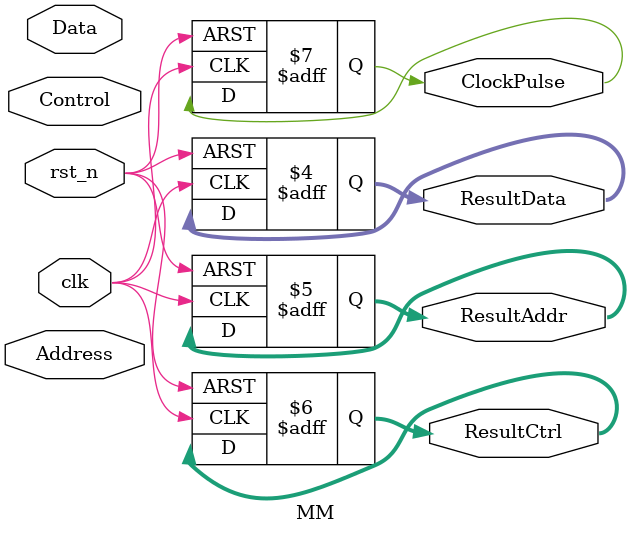
<source format=v>
`timescale 1ns / 1ps

module MM(
    input wire clk,               // Clock signal
    input wire rst_n,             // Asynchronous reset, active high
    
    input wire [63:0] Control,
    input wire [63:0] Data,
    input wire [63:0] Address,
    
    output reg [63:0] ResultData,
    output reg [63:0] ResultAddr,
    output reg [63:0] ResultCtrl,
    output reg ClockPulse
    );
    
    // Default values
    initial begin
        ResultData = 64'b0;
        ResultAddr = 64'b0;
        ResultCtrl = 64'b0;
        ClockPulse = 1'b0;
    end

    // Always block to handle synchronous logic
    always @(posedge clk or negedge rst_n) begin
        if (!rst_n) begin
            // Reset logic
            ResultData <= 64'b0;
            ResultAddr <= 64'b0;
            ResultCtrl <= 64'b0;
            ClockPulse <= 1'b0;
        end else begin
            // TODO
        end
    end

endmodule

</source>
